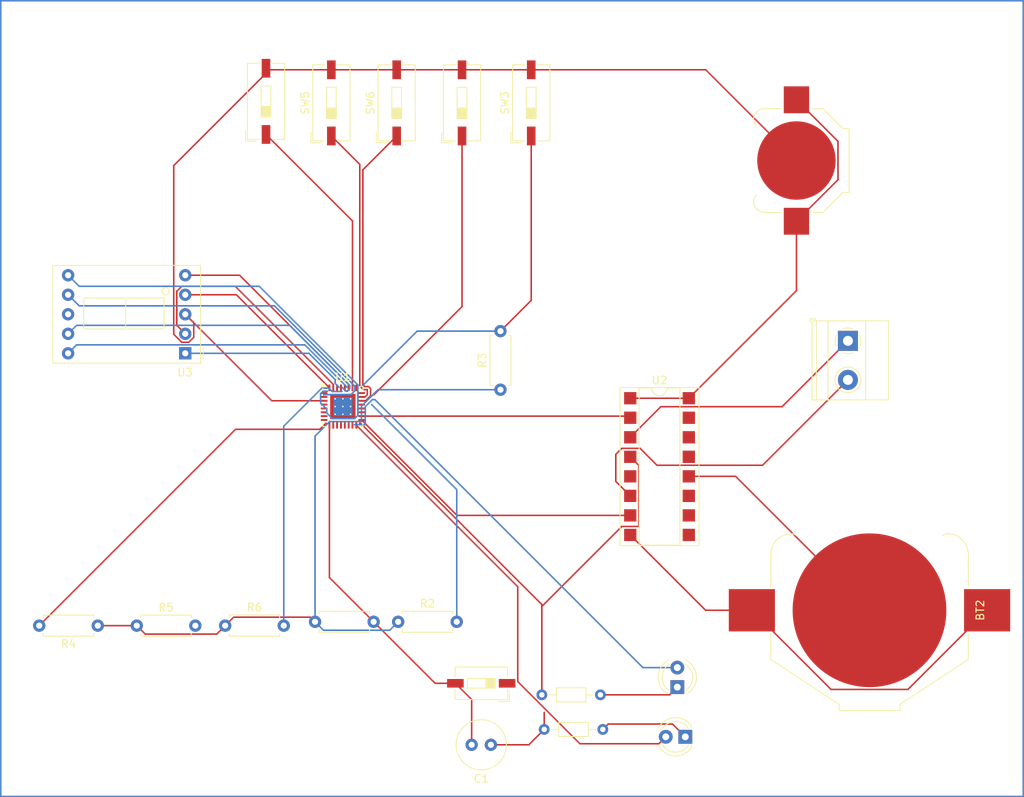
<source format=kicad_pcb>
(kicad_pcb (version 20240108) (generator "pcbnew") (generator_version "8.0")
  (layers (0 "F.Cu" signal) (31 "B.Cu" signal) (34 "B.Paste" user) (35 "F.Paste" user) (36 "B.SilkS" user "B.Silkscreen") (37 "F.SilkS" user "F.Silkscreen") (38 "B.Mask" user) (39 "F.Mask" user) (44 "Edge.Cuts" user))
  (net 0 "")
  (net 1 "GND")
  (net 2 "Net-(U1-~{RST}{slash}C2CK)")
  (net 3 "Net-(D1-K)")
  (net 4 "Net-(D1-A)")
  (net 5 "Net-(D2-A)")
  (net 6 "Net-(D2-K)")
  (net 7 "Net-(M1-+)")
  (net 8 "Net-(M1--)")
  (net 9 "+5C")
  (net 10 "Net-(U1-P1.0)")
  (net 11 "Net-(U1-P1.1)")
  (net 12 "Net-(U1-P1.2)")
  (net 13 "Net-(U1-P1.4)")
  (net 14 "Net-(U1-P1.3)")
  (net 16 "Net-(U1-P0.4)")
  (net 19 "Net-(U1-P0.6)")
  (net 20 "Net-(U1-P0.7)")
  (net 21 "Net-(U1-P0.0)")
  (net 24 "Net-(U1-P0.5)")
  (net 25 "Net-(U1-P2.1)")
  (net 29 "Net-(U1-P0.3)")
  (net 30 "Net-(U1-P0.1)")
  (net 32 "Net-(U1-P2.0)")
  (net 33 "Net-(U1-P0.2)")
  (net 37 "+12V")
  (net 43 "+5V")
  (footprint "Button_Switch_SMD:SW_DIP_SPSTx01_Slide_9.78x4.72mm_W8.61mm_P2.54mm" (layer "F.Cu") (at 143.5 31.78 90)
    (property "Reference" "SW3" (at 0 -3.42 90) (layer "F.SilkS"))
    (property "Value" "SW_Push" (hide yes))
    (pad "1" smd rect (at -4.305 0 90) (size 2.44 1.12) (layers "F.Cu" "F.Paste" "F.Mask") (net 11 "Net-(U1-P1.1)"))
    (pad "2" smd rect (at 4.305 0 90) (size 2.44 1.12) (layers "F.Cu" "F.Paste" "F.Mask") (net 1 "GND"))
  )
  (footprint "LED_THT:LED_D4.0mm" (layer "F.Cu") (at 162.5 107.78 90)
    (property "Reference" "D2" (hide yes))
    (property "Value" "LED" (hide yes))
    (pad "1" thru_hole rect (at 0 0 90) (size 1.8 1.8) (drill 0.9) (layers "*.Cu" "*.Mask") (net 6 "Net-(D2-K)"))
    (pad "2" thru_hole circle (at 2.54 0 90) (size 1.8 1.8) (drill 0.9) (layers "*.Cu" "*.Mask") (net 5 "Net-(D2-A)"))
  )
  (footprint "Resistor_THT:R_Axial_DIN0204_L3.6mm_D1.6mm_P7.62mm_Horizontal" (layer "F.Cu") (at 152.5 108.78 180)
    (property "Reference" "R8" (hide yes))
    (property "Value" "330")
    (pad "1" thru_hole circle (at 0 0 180) (size 1.4 1.4) (drill 0.7) (layers "*.Cu" "*.Mask") (net 6 "Net-(D2-K)"))
    (pad "2" thru_hole oval (at 7.62 0 180) (size 1.4 1.4) (drill 0.7) (layers "*.Cu" "*.Mask") (net 1 "GND"))
  )
  (footprint "Package_DFN_QFN:QFN-32-1EP_5x5mm_P0.5mm_EP3.3x3.3mm_ThermalVias" (layer "F.Cu") (at 119 71.28)
    (property "Reference" "U1" (at 0 -3.83 0) (layer "F.SilkS"))
    (property "Value" "C8051F38C-GM")
    (pad "1" smd roundrect (at -2.4375 -1.75) (size 0.875 0.25) (layers "F.Cu" "F.Paste" "F.Mask") (net 30 "Net-(U1-P0.1)"))
    (pad "2" smd roundrect (at -2.4375 -1.25) (size 0.875 0.25) (layers "F.Cu" "F.Paste" "F.Mask") (net 21 "Net-(U1-P0.0)"))
    (pad "3" smd roundrect (at -2.4375 -0.75) (size 0.875 0.25) (layers "F.Cu" "F.Paste" "F.Mask") (net 1 "GND"))
    (pad "4" smd roundrect (at -2.4375 -0.25) (size 0.875 0.25) (layers "F.Cu" "F.Paste" "F.Mask"))
    (pad "5" smd roundrect (at -2.4375 0.25) (size 0.875 0.25) (layers "F.Cu" "F.Paste" "F.Mask"))
    (pad "6" smd roundrect (at -2.4375 0.75) (size 0.875 0.25) (layers "F.Cu" "F.Paste" "F.Mask") (net 9 "+5C"))
    (pad "7" smd roundrect (at -2.4375 1.25) (size 0.875 0.25) (layers "F.Cu" "F.Paste" "F.Mask"))
    (pad "8" smd roundrect (at -2.4375 1.75) (size 0.875 0.25) (layers "F.Cu" "F.Paste" "F.Mask"))
    (pad "9" smd roundrect (at -1.75 2.4375) (size 0.25 0.875) (layers "F.Cu" "F.Paste" "F.Mask") (net 2 "Net-(U1-~{RST}{slash}C2CK)"))
    (pad "10" smd roundrect (at -1.25 2.4375) (size 0.25 0.875) (layers "F.Cu" "F.Paste" "F.Mask"))
    (pad "11" smd roundrect (at -0.75 2.4375) (size 0.25 0.875) (layers "F.Cu" "F.Paste" "F.Mask"))
    (pad "12" smd roundrect (at -0.25 2.4375) (size 0.25 0.875) (layers "F.Cu" "F.Paste" "F.Mask"))
    (pad "13" smd roundrect (at 0.25 2.4375) (size 0.25 0.875) (layers "F.Cu" "F.Paste" "F.Mask"))
    (pad "14" smd roundrect (at 0.75 2.4375) (size 0.25 0.875) (layers "F.Cu" "F.Paste" "F.Mask"))
    (pad "15" smd roundrect (at 1.25 2.4375) (size 0.25 0.875) (layers "F.Cu" "F.Paste" "F.Mask") (net 5 "Net-(D2-A)"))
    (pad "16" smd roundrect (at 1.75 2.4375) (size 0.25 0.875) (layers "F.Cu" "F.Paste" "F.Mask") (net 4 "Net-(D1-A)"))
    (pad "17" smd roundrect (at 2.4375 1.75) (size 0.875 0.25) (layers "F.Cu" "F.Paste" "F.Mask") (net 25 "Net-(U1-P2.1)"))
    (pad "18" smd roundrect (at 2.4375 1.25) (size 0.875 0.25) (layers "F.Cu" "F.Paste" "F.Mask") (net 32 "Net-(U1-P2.0)"))
    (pad "19" smd roundrect (at 2.4375 0.75) (size 0.875 0.25) (layers "F.Cu" "F.Paste" "F.Mask"))
    (pad "20" smd roundrect (at 2.4375 0.25) (size 0.875 0.25) (layers "F.Cu" "F.Paste" "F.Mask"))
    (pad "21" smd roundrect (at 2.4375 -0.25) (size 0.875 0.25) (layers "F.Cu" "F.Paste" "F.Mask"))
    (pad "22" smd roundrect (at 2.4375 -0.75) (size 0.875 0.25) (layers "F.Cu" "F.Paste" "F.Mask") (net 13 "Net-(U1-P1.4)"))
    (pad "23" smd roundrect (at 2.4375 -1.25) (size 0.875 0.25) (layers "F.Cu" "F.Paste" "F.Mask") (net 14 "Net-(U1-P1.3)"))
    (pad "24" smd roundrect (at 2.4375 -1.75) (size 0.875 0.25) (layers "F.Cu" "F.Paste" "F.Mask") (net 12 "Net-(U1-P1.2)"))
    (pad "25" smd roundrect (at 1.75 -2.4375) (size 0.25 0.875) (layers "F.Cu" "F.Paste" "F.Mask") (net 11 "Net-(U1-P1.1)"))
    (pad "26" smd roundrect (at 1.25 -2.4375) (size 0.25 0.875) (layers "F.Cu" "F.Paste" "F.Mask") (net 10 "Net-(U1-P1.0)"))
    (pad "27" smd roundrect (at 0.75 -2.4375) (size 0.25 0.875) (layers "F.Cu" "F.Paste" "F.Mask") (net 20 "Net-(U1-P0.7)"))
    (pad "28" smd roundrect (at 0.25 -2.4375) (size 0.25 0.875) (layers "F.Cu" "F.Paste" "F.Mask") (net 19 "Net-(U1-P0.6)"))
    (pad "29" smd roundrect (at -0.25 -2.4375) (size 0.25 0.875) (layers "F.Cu" "F.Paste" "F.Mask") (net 24 "Net-(U1-P0.5)"))
    (pad "30" smd roundrect (at -0.75 -2.4375) (size 0.25 0.875) (layers "F.Cu" "F.Paste" "F.Mask") (net 16 "Net-(U1-P0.4)"))
    (pad "31" smd roundrect (at -1.25 -2.4375) (size 0.25 0.875) (layers "F.Cu" "F.Paste" "F.Mask") (net 29 "Net-(U1-P0.3)"))
    (pad "32" smd roundrect (at -1.75 -2.4375) (size 0.25 0.875) (layers "F.Cu" "F.Paste" "F.Mask") (net 33 "Net-(U1-P0.2)"))
    (pad "33" thru_hole circle (at -1 -1) (size 0.5 0.5) (drill 0.2) (property pad_prop_heatsink) (layers "*.Cu") (net 1 "GND"))
    (pad "33" thru_hole circle (at -1 0) (size 0.5 0.5) (drill 0.2) (property pad_prop_heatsink) (layers "*.Cu") (net 1 "GND"))
    (pad "33" thru_hole circle (at -1 1) (size 0.5 0.5) (drill 0.2) (property pad_prop_heatsink) (layers "*.Cu") (net 1 "GND"))
    (pad "33" thru_hole circle (at 0 -1) (size 0.5 0.5) (drill 0.2) (property pad_prop_heatsink) (layers "*.Cu") (net 1 "GND"))
    (pad "33" thru_hole circle (at 0 0) (size 0.5 0.5) (drill 0.2) (property pad_prop_heatsink) (layers "*.Cu") (net 1 "GND"))
    (pad "33" smd rect (at 0 0) (size 2.5 2.5) (property pad_prop_heatsink) (layers "B.Cu") (net 1 "GND"))
    (pad "33" smd rect (at 0 0) (size 3.3 3.3) (property pad_prop_heatsink) (layers "F.Cu" "F.Mask") (net 1 "GND"))
    (pad "33" thru_hole circle (at 0 1) (size 0.5 0.5) (drill 0.2) (property pad_prop_heatsink) (layers "*.Cu") (net 1 "GND"))
    (pad "33" thru_hole circle (at 1 -1) (size 0.5 0.5) (drill 0.2) (property pad_prop_heatsink) (layers "*.Cu") (net 1 "GND"))
    (pad "33" thru_hole circle (at 1 0) (size 0.5 0.5) (drill 0.2) (property pad_prop_heatsink) (layers "*.Cu") (net 1 "GND"))
    (pad "33" thru_hole circle (at 1 1) (size 0.5 0.5) (drill 0.2) (property pad_prop_heatsink) (layers "*.Cu") (net 1 "GND"))
  )
  (footprint "Resistor_THT:R_Axial_DIN0207_L6.3mm_D2.5mm_P7.62mm_Horizontal" (layer "F.Cu") (at 139.5 69.09 90)
    (property "Reference" "R3" (at 3.81 -2.37 90) (layer "F.SilkS"))
    (property "Value" "10k")
    (pad "1" thru_hole circle (at 0 0 90) (size 1.6 1.6) (drill 0.8) (layers "*.Cu" "*.Mask") (net 9 "+5C"))
    (pad "2" thru_hole oval (at 7.62 0 90) (size 1.6 1.6) (drill 0.8) (layers "*.Cu" "*.Mask") (net 11 "Net-(U1-P1.1)"))
  )
  (footprint "Battery:BatteryHolder_Keystone_3000_1x12mm" (layer "F.Cu") (at 178 39.28 -90)
    (property "Reference" "BT1" (hide yes))
    (property "Value" "Battery_Cell")
    (pad "1" smd rect (at -7.9 0 270) (size 3.5 3.3) (layers "F.Cu" "F.Paste" "F.Mask") (net 43 "+5V"))
    (pad "1" smd rect (at 7.9 0 270) (size 3.5 3.3) (layers "F.Cu" "F.Paste" "F.Mask") (net 43 "+5V"))
    (pad "2" smd circle (at 0 0 270) (size 10.2 10.2) (layers "F.Cu" "F.Mask") (net 1 "GND"))
  )
  (footprint "Resistor_THT:R_Axial_DIN0207_L6.3mm_D2.5mm_P7.62mm_Horizontal" (layer "F.Cu") (at 115.38 99.28)
    (property "Reference" "R1" (hide yes))
    (property "Value" "10k")
    (pad "1" thru_hole circle (at 0 0) (size 1.6 1.6) (drill 0.8) (layers "*.Cu" "*.Mask") (net 9 "+5C"))
    (pad "2" thru_hole oval (at 7.62 0) (size 1.6 1.6) (drill 0.8) (layers "*.Cu" "*.Mask") (net 2 "Net-(U1-~{RST}{slash}C2CK)"))
  )
  (footprint "Battery:BatteryHolder_Keystone_3008_1x2450" (layer "F.Cu") (at 187.5 97.78 180)
    (property "Reference" "BT2" (at -14.4 0 90) (layer "F.SilkS"))
    (property "Value" "Battery_Cell")
    (pad "1" smd rect (at -15.3 0 180) (size 6 5.5) (layers "F.Cu" "F.Paste" "F.Mask") (net 37 "+12V"))
    (pad "1" smd rect (at 15.3 0 180) (size 6 5.5) (layers "F.Cu" "F.Paste" "F.Mask") (net 37 "+12V"))
    (pad "2" smd circle (at 0 0 180) (size 20 20) (layers "F.Cu" "F.Mask") (net 1 "GND"))
  )
  (footprint "Package_DIP:DIP-16_W7.62mm_SMDSocket_SmallPads" (layer "F.Cu") (at 160.19 79.09)
    (property "Reference" "U2" (at 0 -11.22 360) (layer "F.SilkS"))
    (property "Value" "L293D")
    (pad "1" smd rect (at -3.81 -8.89) (size 1.6 1.6) (layers "F.Cu" "F.Paste" "F.Mask") (net 43 "+5V"))
    (pad "2" smd rect (at -3.81 -6.35) (size 1.6 1.6) (layers "F.Cu" "F.Paste" "F.Mask") (net 32 "Net-(U1-P2.0)"))
    (pad "3" smd rect (at -3.81 -3.81) (size 1.6 1.6) (layers "F.Cu" "F.Paste" "F.Mask") (net 7 "Net-(M1-+)"))
    (pad "4" smd rect (at -3.81 -1.27) (size 1.6 1.6) (layers "F.Cu" "F.Paste" "F.Mask") (net 1 "GND"))
    (pad "5" smd rect (at -3.81 1.27) (size 1.6 1.6) (layers "F.Cu" "F.Paste" "F.Mask") (net 1 "GND"))
    (pad "6" smd rect (at -3.81 3.81) (size 1.6 1.6) (layers "F.Cu" "F.Paste" "F.Mask") (net 8 "Net-(M1--)"))
    (pad "7" smd rect (at -3.81 6.35) (size 1.6 1.6) (layers "F.Cu" "F.Paste" "F.Mask") (net 25 "Net-(U1-P2.1)"))
    (pad "8" smd rect (at -3.81 8.89) (size 1.6 1.6) (layers "F.Cu" "F.Paste" "F.Mask") (net 37 "+12V"))
    (pad "9" smd rect (at 3.81 8.89) (size 1.6 1.6) (layers "F.Cu" "F.Paste" "F.Mask"))
    (pad "10" smd rect (at 3.81 6.35) (size 1.6 1.6) (layers "F.Cu" "F.Paste" "F.Mask"))
    (pad "11" smd rect (at 3.81 3.81) (size 1.6 1.6) (layers "F.Cu" "F.Paste" "F.Mask"))
    (pad "12" smd rect (at 3.81 1.27) (size 1.6 1.6) (layers "F.Cu" "F.Paste" "F.Mask") (net 1 "GND"))
    (pad "13" smd rect (at 3.81 -1.27) (size 1.6 1.6) (layers "F.Cu" "F.Paste" "F.Mask") (net 1 "GND"))
    (pad "14" smd rect (at 3.81 -3.81) (size 1.6 1.6) (layers "F.Cu" "F.Paste" "F.Mask"))
    (pad "15" smd rect (at 3.81 -6.35) (size 1.6 1.6) (layers "F.Cu" "F.Paste" "F.Mask"))
    (pad "16" smd rect (at 3.81 -8.89) (size 1.6 1.6) (layers "F.Cu" "F.Paste" "F.Mask") (net 43 "+5V"))
  )
  (footprint "Resistor_THT:R_Axial_DIN0204_L3.6mm_D1.6mm_P7.62mm_Horizontal" (layer "F.Cu") (at 152.81 113.28 180)
    (property "Reference" "R7" (hide yes))
    (property "Value" "330")
    (pad "1" thru_hole circle (at 0 0 180) (size 1.4 1.4) (drill 0.7) (layers "*.Cu" "*.Mask") (net 3 "Net-(D1-K)"))
    (pad "2" thru_hole oval (at 7.62 0 180) (size 1.4 1.4) (drill 0.7) (layers "*.Cu" "*.Mask") (net 1 "GND"))
  )
  (footprint "Button_Switch_SMD:SW_DIP_SPSTx01_Slide_6.7x4.1mm_W6.73mm_P2.54mm_LowProfile_JPin" (layer "F.Cu") (at 137 107.28 180)
    (property "Reference" "SW1" (hide yes))
    (property "Value" "SW_Push" (hide yes))
    (pad "1" smd rect (at -3.365 0 180) (size 2.16 1.12) (layers "F.Cu" "F.Paste" "F.Mask") (net 1 "GND"))
    (pad "2" smd rect (at 3.365 0 180) (size 2.16 1.12) (layers "F.Cu" "F.Paste" "F.Mask") (net 2 "Net-(U1-~{RST}{slash}C2CK)"))
  )
  (footprint "Resistor_THT:R_Axial_DIN0207_L6.3mm_D2.5mm_P7.62mm_Horizontal" (layer "F.Cu") (at 103.69 99.78)
    (property "Reference" "R6" (at 3.81 -2.37 360) (layer "F.SilkS"))
    (property "Value" "10k")
    (pad "1" thru_hole circle (at 0 0) (size 1.6 1.6) (drill 0.8) (layers "*.Cu" "*.Mask") (net 9 "+5C"))
    (pad "2" thru_hole oval (at 7.62 0) (size 1.6 1.6) (drill 0.8) (layers "*.Cu" "*.Mask") (net 13 "Net-(U1-P1.4)"))
  )
  (footprint "Resistor_THT:R_Axial_DIN0207_L6.3mm_D2.5mm_P7.62mm_Horizontal" (layer "F.Cu") (at 92.19 99.78)
    (property "Reference" "R5" (at 3.81 -2.37 360) (layer "F.SilkS"))
    (property "Value" "10k")
    (pad "1" thru_hole circle (at 0 0) (size 1.6 1.6) (drill 0.8) (layers "*.Cu" "*.Mask") (net 9 "+5C"))
    (pad "2" thru_hole oval (at 7.62 0) (size 1.6 1.6) (drill 0.8) (layers "*.Cu" "*.Mask") (net 13 "Net-(U1-P1.4)"))
  )
  (footprint "Resistor_THT:R_Axial_DIN0207_L6.3mm_D2.5mm_P7.62mm_Horizontal" (layer "F.Cu") (at 126.19 99.28)
    (property "Reference" "R2" (at 3.81 -2.37 360) (layer "F.SilkS"))
    (property "Value" "10k")
    (pad "1" thru_hole circle (at 0 0) (size 1.6 1.6) (drill 0.8) (layers "*.Cu" "*.Mask") (net 9 "+5C"))
    (pad "2" thru_hole oval (at 7.62 0) (size 1.6 1.6) (drill 0.8) (layers "*.Cu" "*.Mask") (net 10 "Net-(U1-P1.0)"))
  )
  (footprint "LED_THT:LED_D4.0mm" (layer "F.Cu") (at 163.54 114.24 180)
    (property "Reference" "D1" (hide yes))
    (property "Value" "LED" (hide yes))
    (pad "1" thru_hole rect (at 0 0 180) (size 1.8 1.8) (drill 0.9) (layers "*.Cu" "*.Mask") (net 3 "Net-(D1-K)"))
    (pad "2" thru_hole circle (at 2.54 0 180) (size 1.8 1.8) (drill 0.9) (layers "*.Cu" "*.Mask") (net 4 "Net-(D1-A)"))
  )
  (footprint "TerminalBlock_Phoenix:TerminalBlock_Phoenix_MKDS-1,5-2-5.08_1x02_P5.08mm_Horizontal" (layer "F.Cu") (at 184.695 62.735 -90)
    (property "Reference" "M1" (hide yes))
    (property "Value" "Motor_DC" (hide yes))
    (pad "1" thru_hole rect (at 0 0 270) (size 2.6 2.6) (drill 1.3) (layers "*.Cu" "*.Mask") (net 7 "Net-(M1-+)"))
    (pad "2" thru_hole circle (at 5.08 0 270) (size 2.6 2.6) (drill 1.3) (layers "*.Cu" "*.Mask") (net 8 "Net-(M1--)"))
  )
  (footprint "Resistor_THT:R_Axial_DIN0207_L6.3mm_D2.5mm_P7.62mm_Horizontal" (layer "F.Cu") (at 87.12 99.78 180)
    (property "Reference" "R4" (at 3.81 -2.37 360) (layer "F.SilkS"))
    (property "Value" "10k")
    (pad "1" thru_hole circle (at 0 0 180) (size 1.6 1.6) (drill 0.8) (layers "*.Cu" "*.Mask") (net 9 "+5C"))
    (pad "2" thru_hole oval (at 7.62 0 180) (size 1.6 1.6) (drill 0.8) (layers "*.Cu" "*.Mask") (net 12 "Net-(U1-P1.2)"))
  )
  (footprint "Button_Switch_SMD:SW_DIP_SPSTx01_Slide_9.78x4.72mm_W8.61mm_P2.54mm" (layer "F.Cu") (at 117.5 31.78 90)
    (property "Reference" "SW5" (at 0 -3.42 90) (layer "F.SilkS"))
    (property "Value" "SW_Push")
    (pad "1" smd rect (at -4.305 0 90) (size 2.44 1.12) (layers "F.Cu" "F.Paste" "F.Mask") (net 14 "Net-(U1-P1.3)"))
    (pad "2" smd rect (at 4.305 0 90) (size 2.44 1.12) (layers "F.Cu" "F.Paste" "F.Mask") (net 1 "GND"))
  )
  (footprint "Button_Switch_SMD:SW_DIP_SPSTx01_Slide_9.78x4.72mm_W8.61mm_P2.54mm" (layer "F.Cu") (at 126 31.78 90)
    (property "Reference" "SW6" (at 0 -3.42 90) (layer "F.SilkS"))
    (property "Value" "SW_Push")
    (pad "1" smd rect (at -4.305 0 90) (size 2.44 1.12) (layers "F.Cu" "F.Paste" "F.Mask") (net 13 "Net-(U1-P1.4)"))
    (pad "2" smd rect (at 4.305 0 90) (size 2.44 1.12) (layers "F.Cu" "F.Paste" "F.Mask") (net 1 "GND"))
  )
  (footprint "Display_7Segment:D1X8K" (layer "F.Cu") (at 98.4975 64.36 180)
    (property "Reference" "U3" (at 0.03 -2.48 360) (layer "F.SilkS"))
    (property "Value" "D148K")
    (pad "1" thru_hole rect (at 0 0 90) (size 1.6 1.6) (drill 0.8) (layers "*.Cu" "*.Mask") (net 16 "Net-(U1-P0.4)"))
    (pad "2" thru_hole circle (at 0 2.54 90) (size 1.6 1.6) (drill 0.8) (layers "*.Cu" "*.Mask") (net 29 "Net-(U1-P0.3)"))
    (pad "3" thru_hole circle (at 0 5.08 90) (size 1.6 1.6) (drill 0.8) (layers "*.Cu" "*.Mask") (net 1 "GND"))
    (pad "4" thru_hole circle (at 0 7.62 90) (size 1.6 1.6) (drill 0.8) (layers "*.Cu" "*.Mask") (net 33 "Net-(U1-P0.2)"))
    (pad "5" thru_hole circle (at 0 10.16 90) (size 1.6 1.6) (drill 0.8) (layers "*.Cu" "*.Mask") (net 20 "Net-(U1-P0.7)"))
    (pad "6" thru_hole circle (at 15.24 10.16 90) (size 1.6 1.6) (drill 0.8) (layers "*.Cu" "*.Mask") (net 30 "Net-(U1-P0.1)"))
    (pad "7" thru_hole circle (at 15.24 7.62 90) (size 1.6 1.6) (drill 0.8) (layers "*.Cu" "*.Mask") (net 21 "Net-(U1-P0.0)"))
    (pad "8" thru_hole circle (at 15.24 5.08 90) (size 1.6 1.6) (drill 0.8) (layers "*.Cu" "*.Mask") (net 1 "GND"))
    (pad "9" thru_hole circle (at 15.24 2.54 90) (size 1.6 1.6) (drill 0.8) (layers "*.Cu" "*.Mask") (net 24 "Net-(U1-P0.5)"))
    (pad "10" thru_hole circle (at 15.24 0 90) (size 1.6 1.6) (drill 0.8) (layers "*.Cu" "*.Mask") (net 19 "Net-(U1-P0.6)"))
  )
  (footprint "Button_Switch_SMD:SW_DIP_SPSTx01_Slide_9.78x4.72mm_W8.61mm_P2.54mm" (layer "F.Cu") (at 109 31.585 90)
    (property "Reference" "SW2" (hide yes))
    (property "Value" "SW_Push")
    (pad "1" smd rect (at -4.305 0 90) (size 2.44 1.12) (layers "F.Cu" "F.Paste" "F.Mask") (net 10 "Net-(U1-P1.0)"))
    (pad "2" smd rect (at 4.305 0 90) (size 2.44 1.12) (layers "F.Cu" "F.Paste" "F.Mask") (net 1 "GND"))
  )
  (footprint "Button_Switch_SMD:SW_DIP_SPSTx01_Slide_9.78x4.72mm_W8.61mm_P2.54mm" (layer "F.Cu") (at 134.5 31.78 90)
    (property "Reference" "SW4" (hide yes))
    (property "Value" "SW_Push")
    (pad "1" smd rect (at -4.305 0 90) (size 2.44 1.12) (layers "F.Cu" "F.Paste" "F.Mask") (net 12 "Net-(U1-P1.2)"))
    (pad "2" smd rect (at 4.305 0 90) (size 2.44 1.12) (layers "F.Cu" "F.Paste" "F.Mask") (net 1 "GND"))
  )
  (footprint "Capacitor_THT:C_Radial_D6.3mm_H5.0mm_P2.50mm" (layer "F.Cu") (at 138.25 115.28 180)
    (property "Reference" "C1" (at 1.25 -4.4 360) (layer "F.SilkS"))
    (property "Value" "10uF" (hide yes))
    (pad "1" thru_hole circle (at 0 0 180) (size 1.6 1.6) (drill 0.8) (layers "*.Cu" "*.Mask") (net 1 "GND"))
    (pad "2" thru_hole circle (at 2.5 0 180) (size 1.6 1.6) (drill 0.8) (layers "*.Cu" "*.Mask") (net 2 "Net-(U1-~{RST}{slash}C2CK)"))
  )
  (gr_rect (start 74.5 18.5) (end 207.5 122) (stroke (width 0.2)) (fill none) (layer "B.Cu"))
  (segment (start 144.88 97.038186) (end 121.296814 73.455) (width 0.2) (layer "F.Cu") (net 1))
  (segment (start 157.48 86.88) (end 157.48 78.92) (width 0.2) (layer "F.Cu") (net 1))
  (segment (start 143.5 27.475) (end 166.195 27.475) (width 0.2) (layer "F.Cu") (net 1))
  (segment (start 109.195 27.475) (end 109 27.28) (width 0.2) (layer "F.Cu") (net 1))
  (segment (start 99.5975 62.275635) (end 99.5975 60.38) (width 0.2) (layer "F.Cu") (net 1))
  (segment (start 98.4975 59.28) (end 109.7475 70.53) (width 0.2) (layer "F.Cu") (net 1))
  (segment (start 96.9975 39.9425) (end 96.9975 61.875635) (width 0.2) (layer "F.Cu") (net 1))
  (segment (start 144.88 97.28) (end 155.28 86.88) (width 0.2) (layer "F.Cu") (net 1))
  (segment (start 98.041865 62.92) (end 98.953135 62.92) (width 0.2) (layer "F.Cu") (net 1))
  (segment (start 96.9975 61.875635) (end 98.041865 62.92) (width 0.2) (layer "F.Cu") (net 1))
  (segment (start 155.28 86.88) (end 157.48 86.88) (width 0.2) (layer "F.Cu") (net 1))
  (segment (start 144.88 97.28) (end 144.88 97.038186) (width 0.2) (layer "F.Cu") (net 1))
  (segment (start 144.88 108.78) (end 144.88 97.28) (width 0.2) (layer "F.Cu") (net 1))
  (segment (start 109 27.94) (end 96.9975 39.9425) (width 0.2) (layer "F.Cu") (net 1))
  (segment (start 170.08 80.36) (end 164 80.36) (width 0.2) (layer "F.Cu") (net 1))
  (segment (start 99.5975 60.38) (end 98.4975 59.28) (width 0.2) (layer "F.Cu") (net 1))
  (segment (start 157.48 78.92) (end 156.38 77.82) (width 0.2) (layer "F.Cu") (net 1))
  (segment (start 109.7475 70.53) (end 116.5625 70.53) (width 0.2) (layer "F.Cu") (net 1))
  (segment (start 121.296814 73.455) (end 121.175 73.455) (width 0.2) (layer "F.Cu") (net 1))
  (segment (start 117.5 27.475) (end 109.195 27.475) (width 0.2) (layer "F.Cu") (net 1))
  (segment (start 98.953135 62.92) (end 99.5975 62.275635) (width 0.2) (layer "F.Cu") (net 1))
  (segment (start 143.19 115.28) (end 145.19 113.28) (width 0.2) (layer "F.Cu") (net 1))
  (segment (start 145.19 113.28) (end 145.19 111.0699) (width 0.2) (layer "F.Cu") (net 1))
  (segment (start 138.25 115.28) (end 143.19 115.28) (width 0.2) (layer "F.Cu") (net 1))
  (segment (start 166.195 27.475) (end 178 39.28) (width 0.2) (layer "F.Cu") (net 1))
  (segment (start 109 27.28) (end 109 27.94) (width 0.2) (layer "F.Cu") (net 1))
  (segment (start 126 27.475) (end 117.5 27.475) (width 0.2) (layer "F.Cu") (net 1))
  (segment (start 143.5 27.475) (end 134.5 27.475) (width 0.2) (layer "F.Cu") (net 1))
  (segment (start 187.5 97.78) (end 170.08 80.36) (width 0.2) (layer "F.Cu") (net 1))
  (segment (start 134.5 27.475) (end 126 27.475) (width 0.2) (layer "F.Cu") (net 1))
  (segment (start 123 99.28) (end 117.25 93.53) (width 0.2) (layer "F.Cu") (net 2))
  (segment (start 135.75 109.395) (end 133.635 107.28) (width 0.2) (layer "F.Cu") (net 2))
  (segment (start 131 107.28) (end 123 99.28) (width 0.2) (layer "F.Cu") (net 2))
  (segment (start 133.635 107.28) (end 131 107.28) (width 0.2) (layer "F.Cu") (net 2))
  (segment (start 135.75 115.28) (end 135.75 109.395) (width 0.2) (layer "F.Cu") (net 2))
  (segment (start 117.25 93.53) (end 117.25 73.7175) (width 0.2) (layer "F.Cu") (net 2))
  (segment (start 152.81 113.28) (end 153.51 112.58) (width 0.2) (layer "F.Cu") (net 3))
  (segment (start 161.88 112.58) (end 163.54 114.24) (width 0.2) (layer "F.Cu") (net 3))
  (segment (start 153.51 112.58) (end 161.88 112.58) (width 0.2) (layer "F.Cu") (net 3))
  (segment (start 141.745 94.7125) (end 120.75 73.7175) (width 0.2) (layer "F.Cu") (net 4))
  (segment (start 160.1 115.14) (end 149.825786 115.14) (width 0.2) (layer "F.Cu") (net 4))
  (segment (start 141.745 107.059214) (end 141.745 94.7125) (width 0.2) (layer "F.Cu") (net 4))
  (segment (start 149.825786 115.14) (end 141.745 107.059214) (width 0.2) (layer "F.Cu") (net 4))
  (segment (start 161 114.24) (end 160.1 115.14) (width 0.2) (layer "F.Cu") (net 4))
  (segment (start 121.915686 71.298628) (end 121.915686 73.63) (width 0.2) (layer "B.Cu") (net 5))
  (segment (start 158.025686 105.24) (end 123.165686 70.38) (width 0.2) (layer "B.Cu") (net 5))
  (segment (start 121.915686 73.63) (end 120.5 73.63) (width 0.2) (layer "B.Cu") (net 5))
  (segment (start 162.5 105.24) (end 158.025686 105.24) (width 0.2) (layer "B.Cu") (net 5))
  (segment (start 122.834314 70.38) (end 121.915686 71.298628) (width 0.2) (layer "B.Cu") (net 5))
  (segment (start 123.165686 70.38) (end 122.834314 70.38) (width 0.2) (layer "B.Cu") (net 5))
  (segment (start 161.5 108.78) (end 162.5 107.78) (width 0.2) (layer "F.Cu") (net 6))
  (segment (start 152.5 108.78) (end 161.5 108.78) (width 0.2) (layer "F.Cu") (net 6))
  (segment (start 176.13 71.3) (end 184.695 62.735) (width 0.2) (layer "F.Cu") (net 7))
  (segment (start 160.36 71.3) (end 176.13 71.3) (width 0.2) (layer "F.Cu") (net 7))
  (segment (start 156.38 75.28) (end 160.36 71.3) (width 0.2) (layer "F.Cu") (net 7))
  (segment (start 157.66 76.72) (end 155.28 76.72) (width 0.2) (layer "F.Cu") (net 8))
  (segment (start 173.59 78.92) (end 159.86 78.92) (width 0.2) (layer "F.Cu") (net 8))
  (segment (start 155.28 76.72) (end 154.5 77.5) (width 0.2) (layer "F.Cu") (net 8))
  (segment (start 154.5 77.5) (end 154.5 81.02) (width 0.2) (layer "F.Cu") (net 8))
  (segment (start 154.5 81.02) (end 156.38 82.9) (width 0.2) (layer "F.Cu") (net 8))
  (segment (start 184.695 67.815) (end 173.59 78.92) (width 0.2) (layer "F.Cu") (net 8))
  (segment (start 159.86 78.92) (end 157.66 76.72) (width 0.2) (layer "F.Cu") (net 8))
  (segment (start 114.78 98.68) (end 115.38 99.28) (width 0.2) (layer "F.Cu") (net 9))
  (segment (start 104.79 98.68) (end 114.78 98.68) (width 0.2) (layer "F.Cu") (net 9))
  (segment (start 87.12 99.78) (end 92.19 99.78) (width 0.2) (layer "F.Cu") (net 9))
  (segment (start 102.59 100.88) (end 103.69 99.78) (width 0.2) (layer "F.Cu") (net 9))
  (segment (start 103.69 99.78) (end 104.79 98.68) (width 0.2) (layer "F.Cu") (net 9))
  (segment (start 115.38 99.28) (end 115.5 99.28) (width 0.2) (layer "F.Cu") (net 9))
  (segment (start 92.19 99.78) (end 93.29 100.88) (width 0.2) (layer "F.Cu") (net 9))
  (segment (start 93.29 100.88) (end 102.59 100.88) (width 0.2) (layer "F.Cu") (net 9))
  (segment (start 117.284315 73.23) (end 115.38 75.134315) (width 0.2) (layer "B.Cu") (net 9))
  (segment (start 123.558628 69.09) (end 121.418628 71.23) (width 0.2) (layer "B.Cu") (net 9))
  (segment (start 116.48 100.38) (end 125.09 100.38) (width 0.2) (layer "B.Cu") (net 9))
  (segment (start 121.418628 73.23) (end 117.284315 73.23) (width 0.2) (layer "B.Cu") (net 9))
  (segment (start 121.418628 71.23) (end 121.418628 73.23) (width 0.2) (layer "B.Cu") (net 9))
  (segment (start 139.5 69.09) (end 123.558628 69.09) (width 0.2) (layer "B.Cu") (net 9))
  (segment (start 125.09 100.38) (end 126.19 99.28) (width 0.2) (layer "B.Cu") (net 9))
  (segment (start 115.38 75.134315) (end 115.38 99.28) (width 0.2) (layer "B.Cu") (net 9))
  (segment (start 115.38 99.28) (end 116.48 100.38) (width 0.2) (layer "B.Cu") (net 9))
  (segment (start 120.25 47.14) (end 120.25 68.8425) (width 0.2) (layer "F.Cu") (net 10))
  (segment (start 109 35.89) (end 120.25 47.14) (width 0.2) (layer "F.Cu") (net 10))
  (segment (start 133.81 82.09) (end 122.75 71.03) (width 0.2) (layer "B.Cu") (net 10))
  (segment (start 133.81 99.28) (end 133.81 82.09) (width 0.2) (layer "B.Cu") (net 10))
  (segment (start 143.5 36.085) (end 143.5 57.47) (width 0.2) (layer "F.Cu") (net 11))
  (segment (start 143.5 57.47) (end 139.5 61.47) (width 0.2) (layer "F.Cu") (net 11))
  (segment (start 128.66 61.47) (end 121.35 68.78) (width 0.2) (layer "B.Cu") (net 11))
  (segment (start 139.5 61.47) (end 128.66 61.47) (width 0.2) (layer "B.Cu") (net 11))
  (segment (start 134.5 58.28) (end 123 69.78) (width 0.2) (layer "F.Cu") (net 12))
  (segment (start 79.5 99.78) (end 105.035614 74.244386) (width 0.2) (layer "F.Cu") (net 12))
  (segment (start 105.035614 74.244386) (end 116 74.244386) (width 0.2) (layer "F.Cu") (net 12))
  (segment (start 134.5 36.085) (end 134.5 58.28) (width 0.2) (layer "F.Cu") (net 12))
  (segment (start 116.789386 73.455) (end 116 74.244386) (width 0.2) (layer "F.Cu") (net 12))
  (segment (start 116.825 73.455) (end 116.789386 73.455) (width 0.2) (layer "F.Cu") (net 12))
  (segment (start 126 36.085) (end 121.6 40.485) (width 0.2) (layer "F.Cu") (net 13))
  (segment (start 122.334314 68.68) (end 122.6 68.945686) (width 0.2) (layer "F.Cu") (net 13))
  (segment (start 121.6 40.485) (end 121.6 68.445686) (width 0.2) (layer "F.Cu") (net 13))
  (segment (start 122.6 68.945686) (end 122.6 69.885072) (width 0.2) (layer "F.Cu") (net 13))
  (segment (start 121.6 68.445686) (end 121.834314 68.68) (width 0.2) (layer "F.Cu") (net 13))
  (segment (start 121.955072 70.53) (end 121.4375 70.53) (width 0.2) (layer "F.Cu") (net 13))
  (segment (start 122.6 69.885072) (end 121.955072 70.53) (width 0.2) (layer "F.Cu") (net 13))
  (segment (start 121.834314 68.68) (end 122.334314 68.68) (width 0.2) (layer "F.Cu") (net 13))
  (segment (start 118.884314 69.33) (end 117.615685 69.33) (width 0.2) (layer "B.Cu") (net 13))
  (segment (start 117.615685 69.33) (end 117.165685 68.88) (width 0.2) (layer "B.Cu") (net 13))
  (segment (start 117.165685 68.88) (end 116.268628 68.88) (width 0.2) (layer "B.Cu") (net 13))
  (segment (start 116.268628 68.88) (end 111.31 73.838628) (width 0.2) (layer "B.Cu") (net 13))
  (segment (start 111.31 73.838628) (end 111.31 99.78) (width 0.2) (layer "B.Cu") (net 13))
  (segment (start 121.2 39.785) (end 121.2 68.611372) (width 0.2) (layer "F.Cu") (net 14))
  (segment (start 121.889386 70.03) (end 121.4375 70.03) (width 0.2) (layer "F.Cu") (net 14))
  (segment (start 117.5 36.085) (end 121.2 39.785) (width 0.2) (layer "F.Cu") (net 14))
  (segment (start 121.2 68.611372) (end 121.668628 69.08) (width 0.2) (layer "F.Cu") (net 14))
  (segment (start 122.175 69.744386) (end 121.889386 70.03) (width 0.2) (layer "F.Cu") (net 14))
  (segment (start 122.168628 69.08) (end 122.175 69.086372) (width 0.2) (layer "F.Cu") (net 14))
  (segment (start 121.668628 69.08) (end 122.168628 69.08) (width 0.2) (layer "F.Cu") (net 14))
  (segment (start 122.175 69.086372) (end 122.175 69.744386) (width 0.2) (layer "F.Cu") (net 14))
  (segment (start 98.5 64.3575) (end 98.5 64.28) (width 0.2) (layer "F.Cu") (net 16))
  (segment (start 118 68.28) (end 118.5 68.78) (width 0.2) (layer "B.Cu") (net 16))
  (segment (start 118 67.78) (end 118 68.28) (width 0.2) (layer "B.Cu") (net 16))
  (segment (start 114.58 64.36) (end 118 67.78) (width 0.2) (layer "B.Cu") (net 16))
  (segment (start 98.4975 64.36) (end 114.58 64.36) (width 0.2) (layer "B.Cu") (net 16))
  (segment (start 114.045686 63.26) (end 119.5 68.714314) (width 0.2) (layer "B.Cu") (net 19))
  (segment (start 84.3575 63.26) (end 114.045686 63.26) (width 0.2) (layer "B.Cu") (net 19))
  (segment (start 119.5 68.714314) (end 119.5 68.78) (width 0.2) (layer "B.Cu") (net 19))
  (segment (start 83.2575 64.36) (end 84.3575 63.26) (width 0.2) (layer "B.Cu") (net 19))
  (segment (start 119.75 68.390614) (end 119.75 68.8425) (width 0.2) (layer "F.Cu") (net 20))
  (segment (start 105.559386 54.2) (end 119.75 68.390614) (width 0.2) (layer "F.Cu") (net 20))
  (segment (start 98.4975 54.2) (end 105.559386 54.2) (width 0.2) (layer "F.Cu") (net 20))
  (segment (start 110.097058 58.18) (end 120.55 68.632942) (width 0.2) (layer "B.Cu") (net 21))
  (segment (start 83.2575 56.74) (end 84.6975 58.18) (width 0.2) (layer "B.Cu") (net 21))
  (segment (start 120.55 69.23) (end 120.05 69.73) (width 0.2) (layer "B.Cu") (net 21))
  (segment (start 84.6975 58.18) (end 110.097058 58.18) (width 0.2) (layer "B.Cu") (net 21))
  (segment (start 120.55 68.632942) (end 120.55 69.23) (width 0.2) (layer "B.Cu") (net 21))
  (segment (start 116.55 69.73) (end 116.5 69.78) (width 0.2) (layer "B.Cu") (net 21))
  (segment (start 120.05 69.73) (end 116.55 69.73) (width 0.2) (layer "B.Cu") (net 21))
  (segment (start 119.4 69.28) (end 118.9 68.78) (width 0.2) (layer "B.Cu") (net 24))
  (segment (start 119.9 68.945685) (end 119.565685 69.28) (width 0.2) (layer "B.Cu") (net 24))
  (segment (start 119.9 68.548628) (end 119.9 68.945685) (width 0.2) (layer "B.Cu") (net 24))
  (segment (start 119.565685 69.28) (end 119.4 69.28) (width 0.2) (layer "B.Cu") (net 24))
  (segment (start 112.071372 60.72) (end 119.9 68.548628) (width 0.2) (layer "B.Cu") (net 24))
  (segment (start 83.2575 61.82) (end 84.3575 60.72) (width 0.2) (layer "B.Cu") (net 24))
  (segment (start 84.3575 60.72) (end 112.071372 60.72) (width 0.2) (layer "B.Cu") (net 24))
  (segment (start 133.8475 85.44) (end 121.4375 73.03) (width 0.2) (layer "F.Cu") (net 25))
  (segment (start 156.38 85.44) (end 133.8475 85.44) (width 0.2) (layer "F.Cu") (net 25))
  (segment (start 97.3975 56.284365) (end 98.041865 55.64) (width 0.2) (layer "F.Cu") (net 29))
  (segment (start 117.75 68.390614) (end 117.75 68.8425) (width 0.2) (layer "F.Cu") (net 29))
  (segment (start 98.4975 61.82) (end 97.3975 60.72) (width 0.2) (layer "F.Cu") (net 29))
  (segment (start 98.041865 55.64) (end 104.999386 55.64) (width 0.2) (layer "F.Cu") (net 29))
  (segment (start 104.999386 55.64) (end 117.75 68.390614) (width 0.2) (layer "F.Cu") (net 29))
  (segment (start 97.3975 60.72) (end 97.3975 56.284365) (width 0.2) (layer "F.Cu") (net 29))
  (segment (start 120.95 72.43) (end 120.55 72.83) (width 0.2) (layer "B.Cu") (net 30))
  (segment (start 116.9 72.114314) (end 116.9 71.614315) (width 0.2) (layer "B.Cu") (net 30))
  (segment (start 120.55 72.83) (end 117.615686 72.83) (width 0.2) (layer "B.Cu") (net 30))
  (segment (start 83.2575 54.2) (end 84.6975 55.64) (width 0.2) (layer "B.Cu") (net 30))
  (segment (start 120.95 68.467256) (end 120.95 72.43) (width 0.2) (layer "B.Cu") (net 30))
  (segment (start 117.615686 72.83) (end 116.9 72.114314) (width 0.2) (layer "B.Cu") (net 30))
  (segment (start 116.434314 69.28) (end 117 69.28) (width 0.2) (layer "B.Cu") (net 30))
  (segment (start 84.6975 55.64) (end 108.122744 55.64) (width 0.2) (layer "B.Cu") (net 30))
  (segment (start 108.122744 55.64) (end 120.95 68.467256) (width 0.2) (layer "B.Cu") (net 30))
  (segment (start 116.1 70.814315) (end 116.1 69.614314) (width 0.2) (layer "B.Cu") (net 30))
  (segment (start 116.1 69.614314) (end 116.434314 69.28) (width 0.2) (layer "B.Cu") (net 30))
  (segment (start 116.9 71.614315) (end 116.1 70.814315) (width 0.2) (layer "B.Cu") (net 30))
  (segment (start 156.38 72.74) (end 156.17 72.53) (width 0.2) (layer "F.Cu") (net 32))
  (segment (start 156.17 72.53) (end 121.4375 72.53) (width 0.2) (layer "F.Cu") (net 32))
  (segment (start 98.4975 56.74) (end 105.1475 56.74) (width 0.2) (layer "F.Cu") (net 33))
  (segment (start 105.1475 56.74) (end 117.25 68.8425) (width 0.2) (layer "F.Cu") (net 33))
  (segment (start 192.5 108.08) (end 182.5 108.08) (width 0.2) (layer "F.Cu") (net 37))
  (segment (start 172.2 97.78) (end 166.18 97.78) (width 0.2) (layer "F.Cu") (net 37))
  (segment (start 166.18 97.78) (end 156.38 87.98) (width 0.2) (layer "F.Cu") (net 37))
  (segment (start 202.8 97.78) (end 192.5 108.08) (width 0.2) (layer "F.Cu") (net 37))
  (segment (start 182.5 108.08) (end 172.2 97.78) (width 0.2) (layer "F.Cu") (net 37))
  (segment (start 183.4 36.78) (end 178 31.38) (width 0.2) (layer "F.Cu") (net 43))
  (segment (start 164 70.2) (end 156.38 70.2) (width 0.2) (layer "F.Cu") (net 43))
  (segment (start 178 47.18) (end 183.4 41.78) (width 0.2) (layer "F.Cu") (net 43))
  (segment (start 178 56.2) (end 164 70.2) (width 0.2) (layer "F.Cu") (net 43))
  (segment (start 183.4 41.78) (end 183.4 36.78) (width 0.2) (layer "F.Cu") (net 43))
  (segment (start 178 47.18) (end 178 56.2) (width 0.2) (layer "F.Cu") (net 43))
)
</source>
